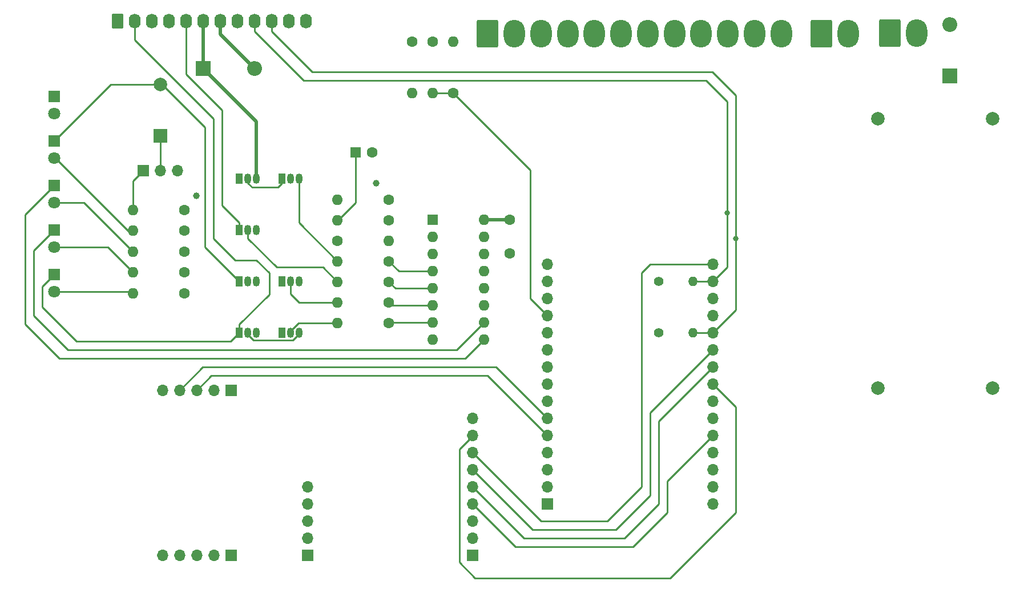
<source format=gbr>
%TF.GenerationSoftware,KiCad,Pcbnew,(6.0.2)*%
%TF.CreationDate,2022-11-16T19:52:16+00:00*%
%TF.ProjectId,greenhouse-control-unit,67726565-6e68-46f7-9573-652d636f6e74,2*%
%TF.SameCoordinates,Original*%
%TF.FileFunction,Copper,L1,Top*%
%TF.FilePolarity,Positive*%
%FSLAX46Y46*%
G04 Gerber Fmt 4.6, Leading zero omitted, Abs format (unit mm)*
G04 Created by KiCad (PCBNEW (6.0.2)) date 2022-11-16 19:52:16*
%MOMM*%
%LPD*%
G01*
G04 APERTURE LIST*
G04 Aperture macros list*
%AMRoundRect*
0 Rectangle with rounded corners*
0 $1 Rounding radius*
0 $2 $3 $4 $5 $6 $7 $8 $9 X,Y pos of 4 corners*
0 Add a 4 corners polygon primitive as box body*
4,1,4,$2,$3,$4,$5,$6,$7,$8,$9,$2,$3,0*
0 Add four circle primitives for the rounded corners*
1,1,$1+$1,$2,$3*
1,1,$1+$1,$4,$5*
1,1,$1+$1,$6,$7*
1,1,$1+$1,$8,$9*
0 Add four rect primitives between the rounded corners*
20,1,$1+$1,$2,$3,$4,$5,0*
20,1,$1+$1,$4,$5,$6,$7,0*
20,1,$1+$1,$6,$7,$8,$9,0*
20,1,$1+$1,$8,$9,$2,$3,0*%
G04 Aperture macros list end*
%TA.AperFunction,ComponentPad*%
%ADD10O,1.700000X1.700000*%
%TD*%
%TA.AperFunction,ComponentPad*%
%ADD11R,1.700000X1.700000*%
%TD*%
%TA.AperFunction,ComponentPad*%
%ADD12C,2.000000*%
%TD*%
%TA.AperFunction,ComponentPad*%
%ADD13R,1.800000X1.800000*%
%TD*%
%TA.AperFunction,ComponentPad*%
%ADD14C,1.800000*%
%TD*%
%TA.AperFunction,ComponentPad*%
%ADD15C,1.600000*%
%TD*%
%TA.AperFunction,ComponentPad*%
%ADD16O,1.600000X1.600000*%
%TD*%
%TA.AperFunction,ComponentPad*%
%ADD17O,1.050000X1.500000*%
%TD*%
%TA.AperFunction,ComponentPad*%
%ADD18R,1.050000X1.500000*%
%TD*%
%TA.AperFunction,ComponentPad*%
%ADD19RoundRect,0.250000X-1.330000X-1.800000X1.330000X-1.800000X1.330000X1.800000X-1.330000X1.800000X0*%
%TD*%
%TA.AperFunction,ComponentPad*%
%ADD20O,3.160000X4.100000*%
%TD*%
%TA.AperFunction,ComponentPad*%
%ADD21RoundRect,0.250000X-0.620000X-0.845000X0.620000X-0.845000X0.620000X0.845000X-0.620000X0.845000X0*%
%TD*%
%TA.AperFunction,ComponentPad*%
%ADD22O,1.740000X2.190000*%
%TD*%
%TA.AperFunction,ComponentPad*%
%ADD23R,1.600000X1.600000*%
%TD*%
%TA.AperFunction,ComponentPad*%
%ADD24O,2.200000X2.200000*%
%TD*%
%TA.AperFunction,ComponentPad*%
%ADD25R,2.200000X2.200000*%
%TD*%
%TA.AperFunction,ComponentPad*%
%ADD26R,2.000000X2.000000*%
%TD*%
%TA.AperFunction,ComponentPad*%
%ADD27O,1.400000X1.400000*%
%TD*%
%TA.AperFunction,ComponentPad*%
%ADD28C,1.400000*%
%TD*%
%TA.AperFunction,ViaPad*%
%ADD29C,0.800000*%
%TD*%
%TA.AperFunction,ViaPad*%
%ADD30C,1.000000*%
%TD*%
%TA.AperFunction,Conductor*%
%ADD31C,0.250000*%
%TD*%
%TA.AperFunction,Conductor*%
%ADD32C,0.500000*%
%TD*%
G04 APERTURE END LIST*
D10*
%TO.P,J10,30,D23*%
%TO.N,/MOSI*%
X175660000Y-85598000D03*
%TO.P,J10,29,D22*%
%TO.N,/I2C_SCL*%
X175660000Y-88138000D03*
%TO.P,J10,28,TXD*%
%TO.N,unconnected-(J10-Pad28)*%
X175660000Y-90678000D03*
%TO.P,J10,27,RXD*%
%TO.N,unconnected-(J10-Pad27)*%
X175660000Y-93218000D03*
%TO.P,J10,26,D21*%
%TO.N,/I2C_SDA*%
X175660000Y-95758000D03*
%TO.P,J10,25,D19*%
%TO.N,/MISO*%
X175660000Y-98298000D03*
%TO.P,J10,24,D18*%
%TO.N,/SCLK*%
X175660000Y-100838000D03*
%TO.P,J10,23,D5*%
%TO.N,/RFM95_CS*%
X175660000Y-103378000D03*
%TO.P,J10,22,TX2*%
%TO.N,unconnected-(J10-Pad22)*%
X175660000Y-105918000D03*
%TO.P,J10,21,RX2*%
%TO.N,unconnected-(J10-Pad21)*%
X175660000Y-108458000D03*
%TO.P,J10,20,D4*%
%TO.N,/RFM95_IRQ*%
X175660000Y-110998000D03*
%TO.P,J10,19,D2*%
%TO.N,unconnected-(J10-Pad19)*%
X175660000Y-113538000D03*
%TO.P,J10,18,D15*%
%TO.N,unconnected-(J10-Pad18)*%
X175660000Y-116078000D03*
%TO.P,J10,17,GND*%
%TO.N,unconnected-(J10-Pad17)*%
X175660000Y-118618000D03*
%TO.P,J10,16,3V3*%
%TO.N,+3V3*%
X175660000Y-121158000D03*
%TO.P,J10,15,EN*%
%TO.N,unconnected-(J10-Pad15)*%
X151130000Y-85598000D03*
%TO.P,J10,14,VP*%
%TO.N,unconnected-(J10-Pad14)*%
X151130000Y-88138000D03*
%TO.P,J10,13,VN*%
%TO.N,unconnected-(J10-Pad13)*%
X151130000Y-90678000D03*
%TO.P,J10,12,D34*%
%TO.N,/VSense*%
X151130000Y-93218000D03*
%TO.P,J10,11,D35*%
%TO.N,unconnected-(J10-Pad11)*%
X151130000Y-95758000D03*
%TO.P,J10,10,D32*%
%TO.N,unconnected-(J10-Pad10)*%
X151130000Y-98298000D03*
%TO.P,J10,9,D33*%
%TO.N,unconnected-(J10-Pad9)*%
X151130000Y-100838000D03*
%TO.P,J10,8,D25*%
%TO.N,unconnected-(J10-Pad8)*%
X151130000Y-103378000D03*
%TO.P,J10,7,D26*%
%TO.N,unconnected-(J10-Pad7)*%
X151130000Y-105918000D03*
%TO.P,J10,6,D27*%
%TO.N,/HC12_TX*%
X151130000Y-108458000D03*
%TO.P,J10,5,D14*%
%TO.N,/HC12_RX*%
X151130000Y-110998000D03*
%TO.P,J10,4,D12*%
%TO.N,unconnected-(J10-Pad4)*%
X151130000Y-113538000D03*
%TO.P,J10,3,D13*%
%TO.N,unconnected-(J10-Pad3)*%
X151130000Y-116078000D03*
%TO.P,J10,2,GND*%
%TO.N,unconnected-(J10-Pad2)*%
X151130000Y-118618000D03*
D11*
%TO.P,J10,1,VIN_5V*%
%TO.N,+5V*%
X151130000Y-121158000D03*
%TD*%
D10*
%TO.P,J3,3,Pin_3*%
%TO.N,unconnected-(J3-Pad3)*%
X96226800Y-71729600D03*
%TO.P,J3,2,Pin_2*%
%TO.N,Net-(BZ1-Pad1)*%
X93686800Y-71729600D03*
D11*
%TO.P,J3,1,Pin_1*%
%TO.N,Net-(J3-Pad1)*%
X91146800Y-71729600D03*
%TD*%
D12*
%TO.P,J6,1,Pin_1*%
%TO.N,GND*%
X200170000Y-104008000D03*
%TD*%
D13*
%TO.P,D4,1,K*%
%TO.N,GND*%
X77978000Y-60706000D03*
D14*
%TO.P,D4,2,A*%
%TO.N,Net-(D4-Pad2)*%
X77978000Y-63246000D03*
%TD*%
D12*
%TO.P,J5,1,Pin_1*%
%TO.N,/Buck+12V*%
X217170000Y-64008000D03*
%TD*%
%TO.P,J4,1,Pin_1*%
%TO.N,+5V*%
X217170000Y-104008000D03*
%TD*%
D14*
%TO.P,D3,2,A*%
%TO.N,Net-(D3-Pad2)*%
X77978000Y-83058000D03*
D13*
%TO.P,D3,1,K*%
%TO.N,/IO_PsuLed*%
X77978000Y-80518000D03*
%TD*%
D15*
%TO.P,R16,1*%
%TO.N,Net-(Q6-Pad1)*%
X119989600Y-82092800D03*
D16*
%TO.P,R16,2*%
%TO.N,+5V*%
X127609600Y-82092800D03*
%TD*%
D10*
%TO.P,J12,5,Pin_5*%
%TO.N,unconnected-(J12-Pad5)*%
X94017000Y-128769000D03*
%TO.P,J12,4,Pin_4*%
%TO.N,unconnected-(J12-Pad4)*%
X96557000Y-128769000D03*
%TO.P,J12,3,Pin_3*%
%TO.N,unconnected-(J12-Pad3)*%
X99097000Y-128769000D03*
%TO.P,J12,2,Pin_2*%
%TO.N,unconnected-(J12-Pad2)*%
X101637000Y-128769000D03*
D11*
%TO.P,J12,1,Pin_1*%
%TO.N,unconnected-(J12-Pad1)*%
X104177000Y-128769000D03*
%TD*%
D17*
%TO.P,Q1,3,E*%
%TO.N,GND*%
X114300000Y-88138000D03*
%TO.P,Q1,2,B*%
%TO.N,Net-(Q1-Pad2)*%
X113030000Y-88138000D03*
D18*
%TO.P,Q1,1,C*%
%TO.N,Net-(C1-Pad1)*%
X111760000Y-88138000D03*
%TD*%
D16*
%TO.P,R1,2*%
%TO.N,Net-(Q1-Pad2)*%
X119989600Y-91236800D03*
D15*
%TO.P,R1,1*%
%TO.N,/IO_Beep*%
X127609600Y-91236800D03*
%TD*%
D16*
%TO.P,R9,2*%
%TO.N,/VSense*%
X134112000Y-60198000D03*
D15*
%TO.P,R9,1*%
%TO.N,+12V*%
X134112000Y-52578000D03*
%TD*%
%TO.P,C2,2*%
%TO.N,GND*%
X145542000Y-83994000D03*
%TO.P,C2,1*%
%TO.N,+3V3*%
X145542000Y-78994000D03*
%TD*%
D19*
%TO.P,J1,1,Pin_1*%
%TO.N,+12V*%
X201930000Y-51308000D03*
D20*
%TO.P,J1,2,Pin_2*%
%TO.N,GND*%
X205890000Y-51308000D03*
%TD*%
D21*
%TO.P,J14,1,Pin_1*%
%TO.N,+5V*%
X87376000Y-49530000D03*
D22*
%TO.P,J14,2,Pin_2*%
%TO.N,/CaseFan_Sink*%
X89916000Y-49530000D03*
%TO.P,J14,3,Pin_3*%
%TO.N,+12V*%
X92456000Y-49530000D03*
%TO.P,J14,4,Pin_4*%
%TO.N,GND*%
X94996000Y-49530000D03*
%TO.P,J14,5,Pin_5*%
%TO.N,/PsuRelayNC_IN*%
X97536000Y-49530000D03*
%TO.P,J14,6,Pin_6*%
%TO.N,/BattRelayNC_A*%
X100076000Y-49530000D03*
%TO.P,J14,7,Pin_7*%
%TO.N,GND*%
X102616000Y-49530000D03*
%TO.P,J14,8,Pin_8*%
%TO.N,unconnected-(J14-Pad8)*%
X105156000Y-49530000D03*
%TO.P,J14,9,Pin_9*%
%TO.N,/I2C_SCL*%
X107696000Y-49530000D03*
%TO.P,J14,10,Pin_10*%
%TO.N,/I2C_SDA*%
X110236000Y-49530000D03*
%TO.P,J14,11,Pin_11*%
%TO.N,+3V3*%
X112776000Y-49530000D03*
%TO.P,J14,12,Pin_12*%
%TO.N,GND*%
X115316000Y-49530000D03*
%TD*%
D15*
%TO.P,R10,1*%
%TO.N,/VSense*%
X137160000Y-60198000D03*
D16*
%TO.P,R10,2*%
%TO.N,GND*%
X137160000Y-52578000D03*
%TD*%
%TO.P,R3,2*%
%TO.N,Net-(C1-Pad1)*%
X119989600Y-79044800D03*
D15*
%TO.P,R3,1*%
%TO.N,+5V*%
X127609600Y-79044800D03*
%TD*%
D17*
%TO.P,Q7,3,E*%
%TO.N,GND*%
X107950000Y-95758000D03*
%TO.P,Q7,2,B*%
%TO.N,Net-(Q6-Pad3)*%
X106680000Y-95758000D03*
D18*
%TO.P,Q7,1,C*%
%TO.N,/CaseFan_Sink*%
X105410000Y-95758000D03*
%TD*%
D15*
%TO.P,C1,2*%
%TO.N,GND*%
X125142621Y-68961000D03*
D23*
%TO.P,C1,1*%
%TO.N,Net-(C1-Pad1)*%
X122642621Y-68961000D03*
%TD*%
D12*
%TO.P,J7,1,Pin_1*%
%TO.N,GND*%
X200170000Y-64008000D03*
%TD*%
D13*
%TO.P,D7,1,K*%
%TO.N,/CaseFan_Sink*%
X77978000Y-87117000D03*
D14*
%TO.P,D7,2,A*%
%TO.N,Net-(D7-Pad2)*%
X77978000Y-89657000D03*
%TD*%
D24*
%TO.P,D6,2,A*%
%TO.N,+12V*%
X210820000Y-50038000D03*
D25*
%TO.P,D6,1,K*%
%TO.N,/Buck+12V*%
X210820000Y-57658000D03*
%TD*%
D10*
%TO.P,J11,5,Pin_5*%
%TO.N,/HC12_SET*%
X94017000Y-104278000D03*
%TO.P,J11,4,Pin_4*%
%TO.N,/HC12_TX*%
X96557000Y-104278000D03*
%TO.P,J11,3,Pin_3*%
%TO.N,/HC12_RX*%
X99097000Y-104278000D03*
%TO.P,J11,2,Pin_2*%
%TO.N,GND*%
X101637000Y-104278000D03*
D11*
%TO.P,J11,1,Pin_1*%
%TO.N,+3V3*%
X104177000Y-104278000D03*
%TD*%
D16*
%TO.P,R17,2*%
%TO.N,Net-(D7-Pad2)*%
X89662000Y-89916000D03*
D15*
%TO.P,R17,1*%
%TO.N,+5V*%
X97282000Y-89916000D03*
%TD*%
D18*
%TO.P,Q2,1,C*%
%TO.N,/PsuRelayNC_IN*%
X105410000Y-80518000D03*
D17*
%TO.P,Q2,2,B*%
%TO.N,Net-(Q2-Pad2)*%
X106680000Y-80518000D03*
%TO.P,Q2,3,E*%
%TO.N,GND*%
X107950000Y-80518000D03*
%TD*%
%TO.P,Q6,3,E*%
%TO.N,Net-(Q6-Pad3)*%
X114249200Y-95758000D03*
%TO.P,Q6,2,B*%
%TO.N,Net-(Q6-Pad2)*%
X112979200Y-95758000D03*
D18*
%TO.P,Q6,1,C*%
%TO.N,Net-(Q6-Pad1)*%
X111709200Y-95758000D03*
%TD*%
D23*
%TO.P,U1,1,A0*%
%TO.N,GND*%
X134112000Y-78994000D03*
D16*
%TO.P,U1,2,A1*%
X134112000Y-81534000D03*
%TO.P,U1,3,A2*%
X134112000Y-84074000D03*
%TO.P,U1,4,P0*%
%TO.N,/IO_Batt_EN*%
X134112000Y-86614000D03*
%TO.P,U1,5,P1*%
%TO.N,/IO_PsuRelay_EN*%
X134112000Y-89154000D03*
%TO.P,U1,6,P2*%
%TO.N,/IO_Beep*%
X134112000Y-91694000D03*
%TO.P,U1,7,P3*%
%TO.N,/IO_CaseFan_EN*%
X134112000Y-94234000D03*
%TO.P,U1,8,VSS*%
%TO.N,GND*%
X134112000Y-96774000D03*
%TO.P,U1,9,P4*%
%TO.N,/IO_BatteryLed*%
X141732000Y-96774000D03*
%TO.P,U1,10,P5*%
%TO.N,/IO_PsuLed*%
X141732000Y-94234000D03*
%TO.P,U1,11,P6*%
%TO.N,unconnected-(U1-Pad11)*%
X141732000Y-91694000D03*
%TO.P,U1,12,P7*%
%TO.N,unconnected-(U1-Pad12)*%
X141732000Y-89154000D03*
%TO.P,U1,13,~{INT}*%
%TO.N,unconnected-(U1-Pad13)*%
X141732000Y-86614000D03*
%TO.P,U1,14,SCL*%
%TO.N,/I2C_SCL*%
X141732000Y-84074000D03*
%TO.P,U1,15,SDA*%
%TO.N,/I2C_SDA*%
X141732000Y-81534000D03*
%TO.P,U1,16,VDD*%
%TO.N,+3V3*%
X141732000Y-78994000D03*
%TD*%
D11*
%TO.P,J8,1,Pin_1*%
%TO.N,+3V3*%
X140030600Y-128803800D03*
D10*
%TO.P,J8,2,Pin_2*%
%TO.N,GND*%
X140030600Y-126263800D03*
%TO.P,J8,3,Pin_3*%
%TO.N,/RFM95_EN*%
X140030600Y-123723800D03*
%TO.P,J8,4,Pin_4*%
%TO.N,/RFM95_IRQ*%
X140030600Y-121183800D03*
%TO.P,J8,5,Pin_5*%
%TO.N,/SCLK*%
X140030600Y-118643800D03*
%TO.P,J8,6,Pin_6*%
%TO.N,/MISO*%
X140030600Y-116103800D03*
%TO.P,J8,7,Pin_7*%
%TO.N,/MOSI*%
X140030600Y-113563800D03*
%TO.P,J8,8,Pin_8*%
%TO.N,/RFM95_CS*%
X140030600Y-111023800D03*
%TO.P,J8,9,Pin_9*%
%TO.N,/RFM95_RST*%
X140030600Y-108483800D03*
%TD*%
D12*
%TO.P,BZ1,2,+*%
%TO.N,Net-(BZ1-Pad2)*%
X93675200Y-58928000D03*
D26*
%TO.P,BZ1,1,-*%
%TO.N,Net-(BZ1-Pad1)*%
X93675200Y-66528000D03*
%TD*%
D18*
%TO.P,Q4,1,C*%
%TO.N,Net-(Q4-Pad1)*%
X111760000Y-72898000D03*
D17*
%TO.P,Q4,2,B*%
%TO.N,+3V3*%
X113030000Y-72898000D03*
%TO.P,Q4,3,E*%
%TO.N,Net-(Q4-Pad3)*%
X114300000Y-72898000D03*
%TD*%
D16*
%TO.P,R5,2*%
%TO.N,/PsuRelayNC_IN*%
X119989600Y-75996800D03*
D15*
%TO.P,R5,1*%
%TO.N,+5V*%
X127609600Y-75996800D03*
%TD*%
D27*
%TO.P,R13,2*%
%TO.N,/I2C_SCL*%
X172720000Y-88138000D03*
D28*
%TO.P,R13,1*%
%TO.N,+3V3*%
X167640000Y-88138000D03*
%TD*%
D27*
%TO.P,R14,2*%
%TO.N,/I2C_SDA*%
X172720000Y-95758000D03*
D28*
%TO.P,R14,1*%
%TO.N,+3V3*%
X167640000Y-95758000D03*
%TD*%
D16*
%TO.P,R12,2*%
%TO.N,Net-(D4-Pad2)*%
X131064000Y-60198000D03*
D15*
%TO.P,R12,1*%
%TO.N,+12V*%
X131064000Y-52578000D03*
%TD*%
D11*
%TO.P,J9,1,Pin_1*%
%TO.N,unconnected-(J9-Pad1)*%
X115570000Y-128798800D03*
D10*
%TO.P,J9,2,Pin_2*%
%TO.N,unconnected-(J9-Pad2)*%
X115570000Y-126258800D03*
%TO.P,J9,3,Pin_3*%
%TO.N,unconnected-(J9-Pad3)*%
X115570000Y-123718800D03*
%TO.P,J9,4,Pin_4*%
%TO.N,unconnected-(J9-Pad4)*%
X115570000Y-121178800D03*
%TO.P,J9,5,Pin_5*%
%TO.N,unconnected-(J9-Pad5)*%
X115570000Y-118638800D03*
%TD*%
D16*
%TO.P,R15,2*%
%TO.N,Net-(Q6-Pad2)*%
X119989600Y-94284800D03*
D15*
%TO.P,R15,1*%
%TO.N,/IO_CaseFan_EN*%
X127609600Y-94284800D03*
%TD*%
D17*
%TO.P,Q3,3,E*%
%TO.N,GND*%
X107950000Y-88138000D03*
%TO.P,Q3,2,B*%
%TO.N,Net-(C1-Pad1)*%
X106680000Y-88138000D03*
D18*
%TO.P,Q3,1,C*%
%TO.N,Net-(BZ1-Pad2)*%
X105410000Y-88138000D03*
%TD*%
D19*
%TO.P,J2,1,Pin_1*%
%TO.N,+12V*%
X191770000Y-51413000D03*
D20*
%TO.P,J2,2,Pin_2*%
%TO.N,GND*%
X195730000Y-51413000D03*
%TD*%
D16*
%TO.P,R7,2*%
%TO.N,Net-(D2-Pad2)*%
X89662000Y-83718400D03*
D15*
%TO.P,R7,1*%
%TO.N,+5V*%
X97282000Y-83718400D03*
%TD*%
D13*
%TO.P,D1,1,K*%
%TO.N,Net-(BZ1-Pad2)*%
X77978000Y-67310000D03*
D14*
%TO.P,D1,2,A*%
%TO.N,Net-(D1-Pad2)*%
X77978000Y-69850000D03*
%TD*%
D16*
%TO.P,R2,2*%
%TO.N,Net-(Q2-Pad2)*%
X119989600Y-88188800D03*
D15*
%TO.P,R2,1*%
%TO.N,/IO_PsuRelay_EN*%
X127609600Y-88188800D03*
%TD*%
D16*
%TO.P,R8,2*%
%TO.N,Net-(Q4-Pad3)*%
X119989600Y-85140800D03*
D15*
%TO.P,R8,1*%
%TO.N,/IO_Batt_EN*%
X127609600Y-85140800D03*
%TD*%
D16*
%TO.P,R6,2*%
%TO.N,Net-(J3-Pad1)*%
X89662000Y-77520800D03*
D15*
%TO.P,R6,1*%
%TO.N,+5V*%
X97282000Y-77520800D03*
%TD*%
D14*
%TO.P,D2,2,A*%
%TO.N,Net-(D2-Pad2)*%
X77978000Y-76454000D03*
D13*
%TO.P,D2,1,K*%
%TO.N,/IO_BatteryLed*%
X77978000Y-73914000D03*
%TD*%
D24*
%TO.P,D5,2,A*%
%TO.N,GND*%
X107696000Y-56515000D03*
D25*
%TO.P,D5,1,K*%
%TO.N,/BattRelayNC_A*%
X100076000Y-56515000D03*
%TD*%
D19*
%TO.P,J13,1,Pin_1*%
%TO.N,+12V*%
X142240000Y-51413000D03*
D20*
%TO.P,J13,2,Pin_2*%
%TO.N,GND*%
X146200000Y-51413000D03*
%TO.P,J13,3,Pin_3*%
%TO.N,+12V*%
X150160000Y-51413000D03*
%TO.P,J13,4,Pin_4*%
%TO.N,GND*%
X154120000Y-51413000D03*
%TO.P,J13,5,Pin_5*%
%TO.N,+12V*%
X158080000Y-51413000D03*
%TO.P,J13,6,Pin_6*%
%TO.N,GND*%
X162040000Y-51413000D03*
%TO.P,J13,7,Pin_7*%
%TO.N,+12V*%
X166000000Y-51413000D03*
%TO.P,J13,8,Pin_8*%
%TO.N,GND*%
X169960000Y-51413000D03*
%TO.P,J13,9,Pin_9*%
%TO.N,+12V*%
X173920000Y-51413000D03*
%TO.P,J13,10,Pin_10*%
%TO.N,GND*%
X177880000Y-51413000D03*
%TO.P,J13,11,Pin_11*%
%TO.N,+12V*%
X181840000Y-51413000D03*
%TO.P,J13,12,Pin_12*%
%TO.N,GND*%
X185800000Y-51413000D03*
%TD*%
D16*
%TO.P,R4,2*%
%TO.N,Net-(D1-Pad2)*%
X89662000Y-80619600D03*
D15*
%TO.P,R4,1*%
%TO.N,+5V*%
X97282000Y-80619600D03*
%TD*%
D18*
%TO.P,Q5,1,E*%
%TO.N,+12V*%
X105410000Y-72898000D03*
D17*
%TO.P,Q5,2,B*%
%TO.N,Net-(Q4-Pad1)*%
X106680000Y-72898000D03*
%TO.P,Q5,3,C*%
%TO.N,/BattRelayNC_A*%
X107950000Y-72898000D03*
%TD*%
D16*
%TO.P,R11,2*%
%TO.N,Net-(D3-Pad2)*%
X89662000Y-86817200D03*
D15*
%TO.P,R11,1*%
%TO.N,+5V*%
X97282000Y-86817200D03*
%TD*%
D29*
%TO.N,/I2C_SDA*%
X179070000Y-81788000D03*
%TO.N,/I2C_SCL*%
X177800000Y-77978000D03*
D30*
%TO.N,+5V*%
X125730000Y-73533000D03*
X99060000Y-75438000D03*
%TD*%
D31*
%TO.N,/I2C_SDA*%
X110236000Y-51054000D02*
X110236000Y-49530000D01*
X116205000Y-57023000D02*
X110236000Y-51054000D01*
X175577500Y-57023000D02*
X116205000Y-57023000D01*
X179070000Y-60515500D02*
X175577500Y-57023000D01*
X179070000Y-81788000D02*
X179070000Y-60515500D01*
%TO.N,/I2C_SCL*%
X107696000Y-51054000D02*
X107696000Y-49530000D01*
X114935000Y-58293000D02*
X107696000Y-51054000D01*
X177800000Y-61468000D02*
X174625000Y-58293000D01*
X177800000Y-77978000D02*
X177800000Y-61468000D01*
X174625000Y-58293000D02*
X114935000Y-58293000D01*
%TO.N,/I2C_SDA*%
X179070000Y-92348000D02*
X175660000Y-95758000D01*
X179070000Y-81788000D02*
X179070000Y-92348000D01*
%TO.N,/I2C_SCL*%
X177800000Y-85998000D02*
X175660000Y-88138000D01*
X177800000Y-77978000D02*
X177800000Y-85998000D01*
%TO.N,Net-(D7-Pad2)*%
X77978000Y-89657000D02*
X89403000Y-89657000D01*
X89403000Y-89657000D02*
X89662000Y-89916000D01*
%TO.N,/CaseFan_Sink*%
X104140000Y-97028000D02*
X105410000Y-95758000D01*
X81280000Y-97028000D02*
X104140000Y-97028000D01*
X76200000Y-88895000D02*
X76200000Y-91948000D01*
X77978000Y-87117000D02*
X76200000Y-88895000D01*
X76200000Y-91948000D02*
X81280000Y-97028000D01*
%TO.N,/IO_BatteryLed*%
X73660000Y-78232000D02*
X77978000Y-73914000D01*
X78740000Y-99568000D02*
X73660000Y-94488000D01*
X138938000Y-99568000D02*
X78740000Y-99568000D01*
X141732000Y-96774000D02*
X138938000Y-99568000D01*
X73660000Y-94488000D02*
X73660000Y-78232000D01*
%TO.N,/IO_PsuLed*%
X137668000Y-98298000D02*
X141732000Y-94234000D01*
X80010000Y-98298000D02*
X137668000Y-98298000D01*
X74930000Y-83566000D02*
X74930000Y-93218000D01*
X74930000Y-93218000D02*
X80010000Y-98298000D01*
X77978000Y-80518000D02*
X74930000Y-83566000D01*
%TO.N,Net-(Q4-Pad1)*%
X111125000Y-74168000D02*
X111760000Y-73533000D01*
X107315000Y-74168000D02*
X111125000Y-74168000D01*
X106680000Y-73533000D02*
X107315000Y-74168000D01*
X111760000Y-73533000D02*
X111760000Y-72898000D01*
X106680000Y-72898000D02*
X106680000Y-73533000D01*
D32*
%TO.N,/BattRelayNC_A*%
X107950000Y-64389000D02*
X100076000Y-56515000D01*
X107950000Y-72898000D02*
X107950000Y-64389000D01*
D31*
%TO.N,Net-(BZ1-Pad2)*%
X93980000Y-58928000D02*
X93675200Y-58928000D01*
X100330000Y-65278000D02*
X93980000Y-58928000D01*
X100330000Y-83058000D02*
X100330000Y-65278000D01*
X105410000Y-88138000D02*
X100330000Y-83058000D01*
%TO.N,/VSense*%
X148590000Y-90678000D02*
X148590000Y-71628000D01*
X151130000Y-93218000D02*
X148590000Y-90678000D01*
X148590000Y-71628000D02*
X137160000Y-60198000D01*
%TO.N,Net-(D1-Pad2)*%
X78105000Y-69850000D02*
X88874600Y-80619600D01*
X77978000Y-69850000D02*
X78105000Y-69850000D01*
X88874600Y-80619600D02*
X89662000Y-80619600D01*
%TO.N,Net-(BZ1-Pad2)*%
X86360000Y-58928000D02*
X93675200Y-58928000D01*
X77978000Y-67310000D02*
X86360000Y-58928000D01*
%TO.N,/PsuRelayNC_IN*%
X105410000Y-79375000D02*
X105410000Y-80674402D01*
X102870000Y-76835000D02*
X105410000Y-79375000D01*
X102870000Y-62738000D02*
X102870000Y-76835000D01*
X97536000Y-57404000D02*
X102870000Y-62738000D01*
X97536000Y-50292000D02*
X97536000Y-57404000D01*
%TO.N,/CaseFan_Sink*%
X105410000Y-94488000D02*
X105410000Y-95758000D01*
X109855000Y-86868000D02*
X109855000Y-90043000D01*
X101600000Y-81788000D02*
X104775000Y-84963000D01*
X101600000Y-64008000D02*
X101600000Y-81788000D01*
X89916000Y-52324000D02*
X101600000Y-64008000D01*
X104775000Y-84963000D02*
X107950000Y-84963000D01*
X109855000Y-90043000D02*
X105410000Y-94488000D01*
X107950000Y-84963000D02*
X109855000Y-86868000D01*
X89916000Y-49530000D02*
X89916000Y-52324000D01*
%TO.N,/HC12_TX*%
X143510000Y-100838000D02*
X151130000Y-108458000D01*
X99997000Y-100838000D02*
X143510000Y-100838000D01*
X96557000Y-104278000D02*
X99997000Y-100838000D01*
%TO.N,/HC12_RX*%
X142240000Y-102108000D02*
X151130000Y-110998000D01*
X101267000Y-102108000D02*
X142240000Y-102108000D01*
X99097000Y-104278000D02*
X101267000Y-102108000D01*
%TO.N,/MOSI*%
X150164800Y-123698000D02*
X140030600Y-113563800D01*
X165100000Y-118618000D02*
X160020000Y-123698000D01*
X175660000Y-85598000D02*
X166370000Y-85598000D01*
X166370000Y-85598000D02*
X165100000Y-86868000D01*
X165100000Y-86868000D02*
X165100000Y-118618000D01*
X160020000Y-123698000D02*
X150164800Y-123698000D01*
%TO.N,/RFM95_IRQ*%
X168910000Y-122428000D02*
X168910000Y-117748000D01*
X163830000Y-127508000D02*
X168910000Y-122428000D01*
X168910000Y-117748000D02*
X175660000Y-110998000D01*
X146354800Y-127508000D02*
X163830000Y-127508000D01*
X140030600Y-121183800D02*
X146354800Y-127508000D01*
%TO.N,/SCLK*%
X167640000Y-121158000D02*
X167640000Y-108858000D01*
X167640000Y-108858000D02*
X175660000Y-100838000D01*
X162560000Y-126238000D02*
X167640000Y-121158000D01*
X147624800Y-126238000D02*
X162560000Y-126238000D01*
X140030600Y-118643800D02*
X147624800Y-126238000D01*
%TO.N,/MISO*%
X166370000Y-119888000D02*
X166370000Y-107588000D01*
X161290000Y-124968000D02*
X166370000Y-119888000D01*
X148894800Y-124968000D02*
X161290000Y-124968000D01*
X140030600Y-116103800D02*
X148894800Y-124968000D01*
X166370000Y-107588000D02*
X175660000Y-98298000D01*
%TO.N,/RFM95_CS*%
X179070000Y-122428000D02*
X179070000Y-106788000D01*
X140374475Y-132142511D02*
X169355489Y-132142511D01*
X169355489Y-132142511D02*
X179070000Y-122428000D01*
X138049000Y-129817036D02*
X140374475Y-132142511D01*
X138049000Y-113005400D02*
X138049000Y-129817036D01*
X179070000Y-106788000D02*
X175660000Y-103378000D01*
X140081400Y-110973000D02*
X138049000Y-113005400D01*
%TO.N,/VSense*%
X137160000Y-60198000D02*
X134112000Y-60198000D01*
D32*
%TO.N,GND*%
X102616000Y-49530000D02*
X102616000Y-51435000D01*
X102616000Y-51435000D02*
X107696000Y-56515000D01*
D31*
%TO.N,Net-(BZ1-Pad1)*%
X93675200Y-66528000D02*
X93675200Y-71718000D01*
%TO.N,Net-(D2-Pad2)*%
X82397600Y-76454000D02*
X77978000Y-76454000D01*
X89662000Y-83718400D02*
X82397600Y-76454000D01*
D32*
%TO.N,+3V3*%
X141732000Y-78994000D02*
X145542000Y-78994000D01*
D31*
%TO.N,Net-(C1-Pad1)*%
X122642621Y-76478779D02*
X120076600Y-79044800D01*
X122642621Y-68961000D02*
X122642621Y-76478779D01*
%TO.N,Net-(D3-Pad2)*%
X89662000Y-86817200D02*
X85902800Y-83058000D01*
X85902800Y-83058000D02*
X77978000Y-83058000D01*
D32*
%TO.N,/BattRelayNC_A*%
X100076000Y-56515000D02*
X100076000Y-49530000D01*
D31*
%TO.N,/IO_PsuRelay_EN*%
X134112000Y-89154000D02*
X128574800Y-89154000D01*
X128574800Y-89154000D02*
X127609600Y-88188800D01*
%TO.N,/IO_Batt_EN*%
X129082800Y-86614000D02*
X134112000Y-86614000D01*
X127609600Y-85140800D02*
X129082800Y-86614000D01*
%TO.N,Net-(J3-Pad1)*%
X89662000Y-73214400D02*
X91150200Y-71726200D01*
X89662000Y-77520800D02*
X89662000Y-73214400D01*
%TO.N,/IO_Beep*%
X134112000Y-91694000D02*
X128066800Y-91694000D01*
%TO.N,/IO_CaseFan_EN*%
X134112000Y-94234000D02*
X127660400Y-94234000D01*
%TO.N,Net-(Q1-Pad2)*%
X113030000Y-90017600D02*
X113030000Y-88138000D01*
X119989600Y-91236800D02*
X114249200Y-91236800D01*
X114249200Y-91236800D02*
X113030000Y-90017600D01*
%TO.N,Net-(Q6-Pad2)*%
X114227400Y-94284800D02*
X112979200Y-95533000D01*
X119989600Y-94284800D02*
X114227400Y-94284800D01*
%TO.N,/I2C_SDA*%
X175660000Y-95758000D02*
X172720000Y-95758000D01*
%TO.N,/I2C_SCL*%
X172720000Y-88138000D02*
X175660000Y-88138000D01*
%TO.N,Net-(Q6-Pad3)*%
X107529520Y-96832520D02*
X113331082Y-96832520D01*
X106680000Y-95983000D02*
X107529520Y-96832520D01*
X113331082Y-96832520D02*
X114249200Y-95914402D01*
%TO.N,Net-(Q4-Pad3)*%
X119989600Y-85140800D02*
X114300000Y-79451200D01*
X114300000Y-79451200D02*
X114300000Y-72898000D01*
%TO.N,Net-(Q2-Pad2)*%
X117856000Y-86055200D02*
X110947200Y-86055200D01*
X110947200Y-86055200D02*
X106680000Y-81788000D01*
X119989600Y-88188800D02*
X117856000Y-86055200D01*
X106680000Y-81788000D02*
X106680000Y-81040089D01*
%TD*%
M02*

</source>
